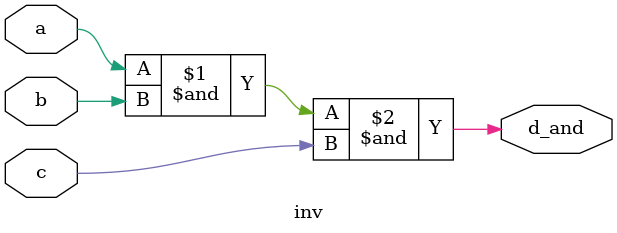
<source format=v>
`timescale 1ns / 1ps


module inv(
    input a,
    input b,
    input c,
    output d_and
    );
    and(d_and,a,b,c);
endmodule
</source>
